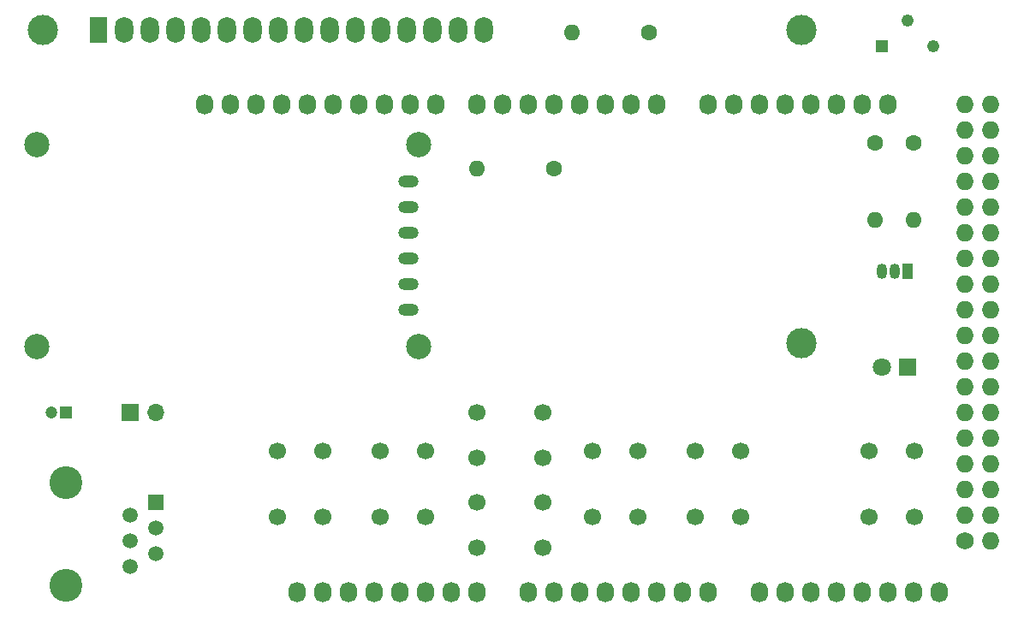
<source format=gbr>
%TF.GenerationSoftware,KiCad,Pcbnew,(5.1.9)-1*%
%TF.CreationDate,2021-02-15T00:05:21-06:00*%
%TF.ProjectId,coleco-adam-ade-pro-shield,636f6c65-636f-42d6-9164-616d2d616465,rev?*%
%TF.SameCoordinates,Original*%
%TF.FileFunction,Soldermask,Bot*%
%TF.FilePolarity,Negative*%
%FSLAX46Y46*%
G04 Gerber Fmt 4.6, Leading zero omitted, Abs format (unit mm)*
G04 Created by KiCad (PCBNEW (5.1.9)-1) date 2021-02-15 00:05:21*
%MOMM*%
%LPD*%
G01*
G04 APERTURE LIST*
%ADD10C,3.000000*%
%ADD11O,1.800000X2.600000*%
%ADD12R,1.800000X2.600000*%
%ADD13R,1.222000X1.222000*%
%ADD14C,1.222000*%
%ADD15C,1.700000*%
%ADD16O,1.700000X1.700000*%
%ADD17R,1.700000X1.700000*%
%ADD18C,1.200000*%
%ADD19R,1.200000X1.200000*%
%ADD20C,2.500000*%
%ADD21O,2.000000X1.200000*%
%ADD22O,1.600000X1.600000*%
%ADD23C,1.600000*%
%ADD24R,1.050000X1.500000*%
%ADD25O,1.050000X1.500000*%
%ADD26C,1.800000*%
%ADD27R,1.800000X1.800000*%
%ADD28R,1.520000X1.520000*%
%ADD29C,3.250000*%
%ADD30C,1.520000*%
%ADD31C,1.727200*%
%ADD32O,1.727200X1.727200*%
%ADD33O,1.727200X2.032000*%
G04 APERTURE END LIST*
D10*
%TO.C,DS1*%
X181133000Y-63500000D03*
X181132480Y-94500700D03*
X106133900Y-63500000D03*
D11*
X149733000Y-63500000D03*
X147193000Y-63500000D03*
X144653000Y-63500000D03*
X142113000Y-63500000D03*
X139573000Y-63500000D03*
X137033000Y-63500000D03*
X134493000Y-63500000D03*
X131953000Y-63500000D03*
X129413000Y-63500000D03*
X126873000Y-63500000D03*
X124333000Y-63500000D03*
X121793000Y-63500000D03*
X119253000Y-63500000D03*
X116713000Y-63500000D03*
X114173000Y-63500000D03*
D12*
X111633000Y-63500000D03*
%TD*%
D13*
%TO.C,RV1*%
X189103000Y-65151000D03*
D14*
X191643000Y-62611000D03*
X194183000Y-65151000D03*
%TD*%
D15*
%TO.C,SW2*%
X144018000Y-105156000D03*
X144018000Y-111656000D03*
X139518000Y-105156000D03*
X139518000Y-111656000D03*
%TD*%
D16*
%TO.C,JP1*%
X117348000Y-101346000D03*
D17*
X114808000Y-101346000D03*
%TD*%
D18*
%TO.C,C1*%
X106958000Y-101346000D03*
D19*
X108458000Y-101346000D03*
%TD*%
D20*
%TO.C,MOD1*%
X143313000Y-74832000D03*
X105563000Y-74832000D03*
X105563000Y-94832000D03*
X143313000Y-94832000D03*
D21*
X142313000Y-78482000D03*
X142313000Y-81022000D03*
X142313000Y-83562000D03*
X142313000Y-86102000D03*
X142313000Y-88642000D03*
X142313000Y-91182000D03*
%TD*%
D22*
%TO.C,R4*%
X158496000Y-63754000D03*
D23*
X166116000Y-63754000D03*
%TD*%
D22*
%TO.C,R3*%
X149098000Y-77216000D03*
D23*
X156718000Y-77216000D03*
%TD*%
D22*
%TO.C,R2*%
X188468000Y-82296000D03*
D23*
X188468000Y-74676000D03*
%TD*%
D22*
%TO.C,R1*%
X192278000Y-82296000D03*
D23*
X192278000Y-74676000D03*
%TD*%
D24*
%TO.C,Q1*%
X191643000Y-87376000D03*
D25*
X189103000Y-87376000D03*
X190373000Y-87376000D03*
%TD*%
D26*
%TO.C,D1*%
X189103000Y-96901000D03*
D27*
X191643000Y-96901000D03*
%TD*%
D15*
%TO.C,SW7*%
X187833000Y-111658400D03*
X187833000Y-105158400D03*
X192333000Y-111658400D03*
X192333000Y-105158400D03*
%TD*%
%TO.C,SW6*%
X133858000Y-105156000D03*
X133858000Y-111656000D03*
X129358000Y-105156000D03*
X129358000Y-111656000D03*
%TD*%
%TO.C,SW5*%
X149098000Y-101346000D03*
X155598000Y-101346000D03*
X149098000Y-105846000D03*
X155598000Y-105846000D03*
%TD*%
%TO.C,SW4*%
X149098000Y-110236000D03*
X155598000Y-110236000D03*
X149098000Y-114736000D03*
X155598000Y-114736000D03*
%TD*%
%TO.C,SW3*%
X164973000Y-105156000D03*
X164973000Y-111656000D03*
X160473000Y-105156000D03*
X160473000Y-111656000D03*
%TD*%
%TO.C,SW1*%
X175133000Y-105156000D03*
X175133000Y-111656000D03*
X170633000Y-105156000D03*
X170633000Y-111656000D03*
%TD*%
D28*
%TO.C,J1*%
X117348000Y-110236000D03*
D29*
X108458000Y-108326000D03*
D30*
X114808000Y-111506000D03*
X117348000Y-112776000D03*
X114808000Y-114046000D03*
X117348000Y-115316000D03*
X114808000Y-116586000D03*
D29*
X108458000Y-118486000D03*
%TD*%
D31*
%TO.C,P1*%
X197358000Y-114046000D03*
D32*
X199898000Y-114046000D03*
X197358000Y-111506000D03*
X199898000Y-111506000D03*
X197358000Y-108966000D03*
X199898000Y-108966000D03*
X197358000Y-106426000D03*
X199898000Y-106426000D03*
X197358000Y-103886000D03*
X199898000Y-103886000D03*
X197358000Y-101346000D03*
X199898000Y-101346000D03*
X197358000Y-98806000D03*
X199898000Y-98806000D03*
X197358000Y-96266000D03*
X199898000Y-96266000D03*
X197358000Y-93726000D03*
X199898000Y-93726000D03*
X197358000Y-91186000D03*
X199898000Y-91186000D03*
X197358000Y-88646000D03*
X199898000Y-88646000D03*
X197358000Y-86106000D03*
X199898000Y-86106000D03*
X197358000Y-83566000D03*
X199898000Y-83566000D03*
X197358000Y-81026000D03*
X199898000Y-81026000D03*
X197358000Y-78486000D03*
X199898000Y-78486000D03*
X197358000Y-75946000D03*
X199898000Y-75946000D03*
X197358000Y-73406000D03*
X199898000Y-73406000D03*
X197358000Y-70866000D03*
X199898000Y-70866000D03*
%TD*%
D33*
%TO.C,P2*%
X131318000Y-119126000D03*
X133858000Y-119126000D03*
X136398000Y-119126000D03*
X138938000Y-119126000D03*
X141478000Y-119126000D03*
X144018000Y-119126000D03*
X146558000Y-119126000D03*
X149098000Y-119126000D03*
%TD*%
%TO.C,P3*%
X154178000Y-119126000D03*
X156718000Y-119126000D03*
X159258000Y-119126000D03*
X161798000Y-119126000D03*
X164338000Y-119126000D03*
X166878000Y-119126000D03*
X169418000Y-119126000D03*
X171958000Y-119126000D03*
%TD*%
%TO.C,P4*%
X177038000Y-119126000D03*
X179578000Y-119126000D03*
X182118000Y-119126000D03*
X184658000Y-119126000D03*
X187198000Y-119126000D03*
X189738000Y-119126000D03*
X192278000Y-119126000D03*
X194818000Y-119126000D03*
%TD*%
%TO.C,P5*%
X122174000Y-70866000D03*
X124714000Y-70866000D03*
X127254000Y-70866000D03*
X129794000Y-70866000D03*
X132334000Y-70866000D03*
X134874000Y-70866000D03*
X137414000Y-70866000D03*
X139954000Y-70866000D03*
X142494000Y-70866000D03*
X145034000Y-70866000D03*
%TD*%
%TO.C,P6*%
X149098000Y-70866000D03*
X151638000Y-70866000D03*
X154178000Y-70866000D03*
X156718000Y-70866000D03*
X159258000Y-70866000D03*
X161798000Y-70866000D03*
X164338000Y-70866000D03*
X166878000Y-70866000D03*
%TD*%
%TO.C,P7*%
X171958000Y-70866000D03*
X174498000Y-70866000D03*
X177038000Y-70866000D03*
X179578000Y-70866000D03*
X182118000Y-70866000D03*
X184658000Y-70866000D03*
X187198000Y-70866000D03*
X189738000Y-70866000D03*
%TD*%
M02*

</source>
